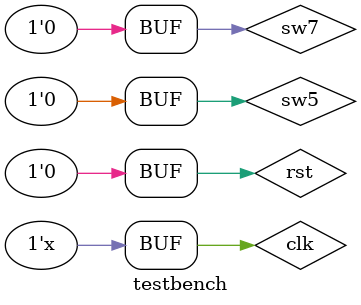
<source format=v>
`timescale 10ns / 10ps

module testbench();
reg sw1, sw2, sw3, sw4, sw5, sw6, sw7, sw8, sw9, rst, sw0, lrd;
reg clk;

wire [3:0] led;
wire [7:0] seg;

wire lcd_e;
wire lcd_rs, lcd_rw;
wire [7:0] lcd_data;

calculator1 u1(sw1, sw2, sw3, sw4, sw5, sw6, sw7, sw8, sw9, rst, sw0, lrd, clk, led, seg, lcd_e, lcd_rs, lcd_rw, lcd_data);
initial begin
    rst = 1; clk = 0;
   #5 rst = 0; 
   #5 sw5 = 1;
   #60 sw5 = 0;
   #1 sw7 = 1;
   #25 sw7 = 0;

end

always #0.001 clk = ~clk;

endmodule
</source>
